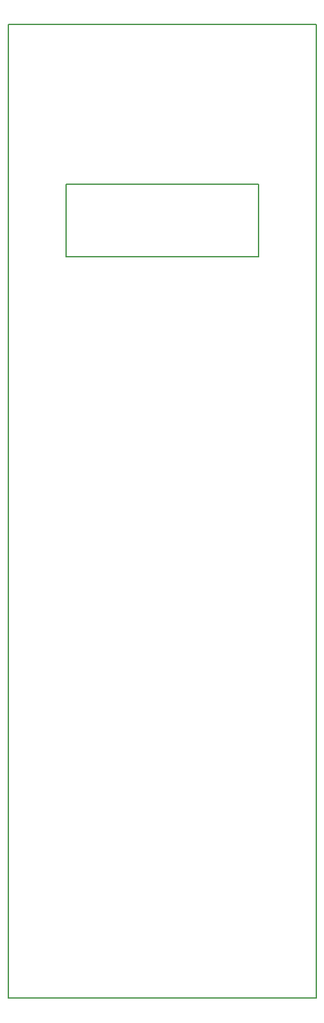
<source format=gko>
G04 DipTrace 3.3.0.0*
G04 ESP_panel.GKO*
%MOIN*%
G04 #@! TF.FileFunction,Profile*
G04 #@! TF.Part,Single*
%ADD11C,0.005512*%
%FSLAX26Y26*%
G04*
G70*
G90*
G75*
G01*
G04 BoardOutline*
%LPD*%
X394000Y5449948D2*
D11*
Y394000D1*
X1992800D1*
Y5449948D1*
X394000D1*
X693400Y4622688D2*
X1693400D1*
Y4243948D1*
X693400D1*
Y4622688D1*
M02*

</source>
